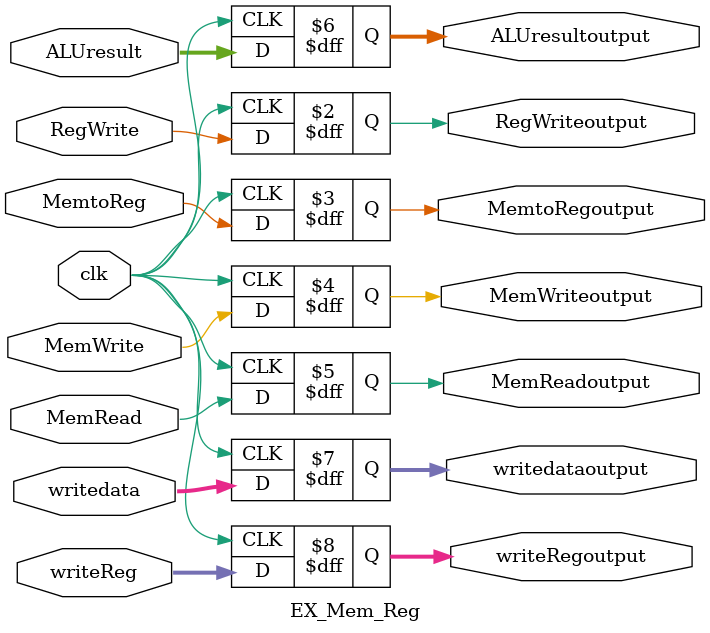
<source format=v>
module EX_Mem_Reg (clk,RegWrite, MemtoReg,MemWrite, MemRead,ALUresult,writedata,writeReg,RegWriteoutput, MemtoRegoutput,MemWriteoutput
			,MemReadoutput,ALUresultoutput,writedataoutput,writeRegoutput);
			
//This module is used for modelling the register present between EX and MEM stages, used to store the data which is used in further stages.
  
input clk;
input RegWrite, MemtoReg;
input MemWrite, MemRead; 
input [31:0] ALUresult,writedata;
input [4:0] writeReg;
output reg RegWriteoutput, MemtoRegoutput ,MemWriteoutput, MemReadoutput;
output reg [31:0] ALUresultoutput,writedataoutput;
output reg [4:0] writeRegoutput;

always@(posedge clk)
begin
  RegWriteoutput <= RegWrite;
  MemtoRegoutput <= MemtoReg;
  MemWriteoutput <= MemWrite;
  MemReadoutput <= MemRead;
  ALUresultoutput<=ALUresult;
  writedataoutput<=writedata;
  writeRegoutput<=writeReg; 
end
  
  
endmodule
</source>
